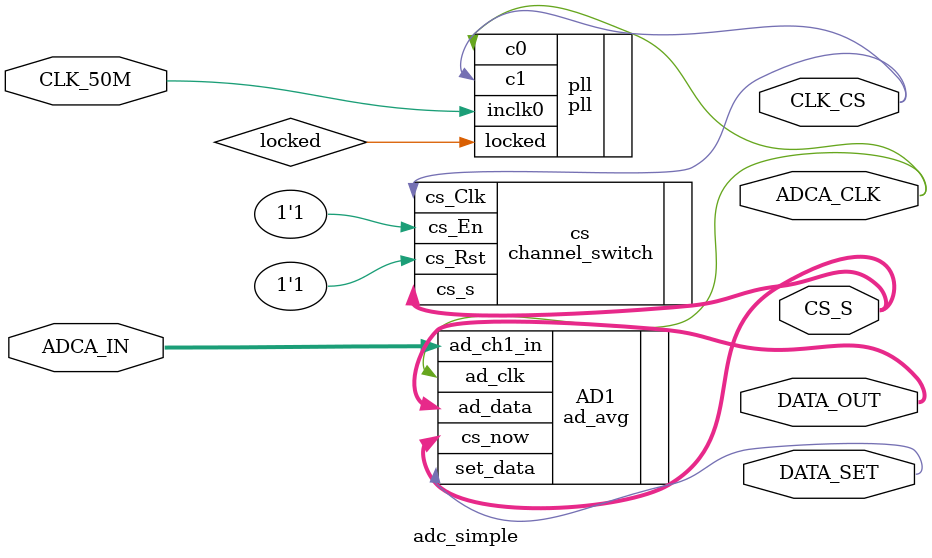
<source format=v>
/*
CLK_CS 决定整个系统运行的最高频率（高于这个频率的波都会被过滤）
ADCA_CLK/CLK_CS 在每个周期的采样次数
*/

module adc_simple(
	input CLK_50M,
	
	//物理引脚
	output [3:0] CS_S,
	
	input [11:0] ADCA_IN,
	output [15:0] DATA_OUT,
	output DATA_SET,
	
	output ADCA_CLK,
	output CLK_CS
);
	
	pll pll (
		.inclk0(CLK_50M),
		.c0(ADCA_CLK),	//40 20ns delay
		.c1(CLK_CS),	//10
		//.c2(CLK_CS),	//5  15 
		//.c3(CLK_FIFO), //1M  25 30
		.locked(locked)
		);

	channel_switch cs(
		.cs_Clk(CLK_CS),
		.cs_s(CS_S),
		.cs_En(1'b1),
		.cs_Rst(1'b1)
		);
		
	ad_avg AD1(
		.ad_ch1_in(ADCA_IN),
		.ad_clk(ADCA_CLK),
		.cs_now(CS_S),
		.set_data(DATA_SET),
		.ad_data(DATA_OUT)
    );

endmodule

		
</source>
